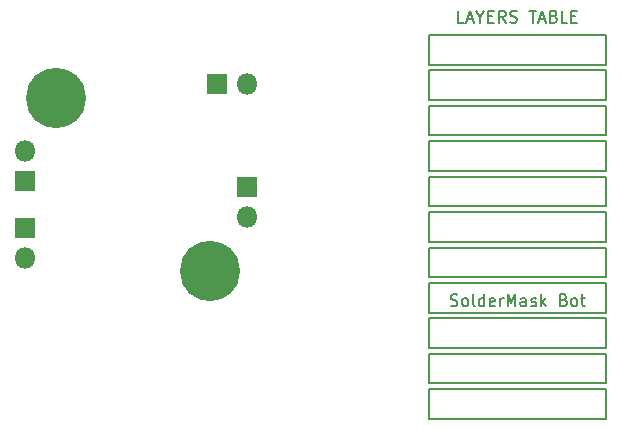
<source format=gbr>
%TF.GenerationSoftware,KiCad,Pcbnew,(5.1.6)-1*%
%TF.CreationDate,2020-07-26T11:23:49+05:30*%
%TF.ProjectId,KiCAD Demo- Buck-Boost Regulator,4b694341-4420-4446-956d-6f2d20427563,rev?*%
%TF.SameCoordinates,Original*%
%TF.FileFunction,Soldermask,Bot*%
%TF.FilePolarity,Negative*%
%FSLAX46Y46*%
G04 Gerber Fmt 4.6, Leading zero omitted, Abs format (unit mm)*
G04 Created by KiCad (PCBNEW (5.1.6)-1) date 2020-07-26 11:23:49*
%MOMM*%
%LPD*%
G01*
G04 APERTURE LIST*
%ADD10C,0.150000*%
%ADD11O,1.800000X1.800000*%
%ADD12R,1.800000X1.800000*%
%ADD13C,0.900000*%
%ADD14C,5.100000*%
G04 APERTURE END LIST*
D10*
X138726190Y-66202380D02*
X138250000Y-66202380D01*
X138250000Y-65202380D01*
X139011904Y-65916666D02*
X139488095Y-65916666D01*
X138916666Y-66202380D02*
X139250000Y-65202380D01*
X139583333Y-66202380D01*
X140107142Y-65726190D02*
X140107142Y-66202380D01*
X139773809Y-65202380D02*
X140107142Y-65726190D01*
X140440476Y-65202380D01*
X140773809Y-65678571D02*
X141107142Y-65678571D01*
X141250000Y-66202380D02*
X140773809Y-66202380D01*
X140773809Y-65202380D01*
X141250000Y-65202380D01*
X142250000Y-66202380D02*
X141916666Y-65726190D01*
X141678571Y-66202380D02*
X141678571Y-65202380D01*
X142059523Y-65202380D01*
X142154761Y-65250000D01*
X142202380Y-65297619D01*
X142250000Y-65392857D01*
X142250000Y-65535714D01*
X142202380Y-65630952D01*
X142154761Y-65678571D01*
X142059523Y-65726190D01*
X141678571Y-65726190D01*
X142630952Y-66154761D02*
X142773809Y-66202380D01*
X143011904Y-66202380D01*
X143107142Y-66154761D01*
X143154761Y-66107142D01*
X143202380Y-66011904D01*
X143202380Y-65916666D01*
X143154761Y-65821428D01*
X143107142Y-65773809D01*
X143011904Y-65726190D01*
X142821428Y-65678571D01*
X142726190Y-65630952D01*
X142678571Y-65583333D01*
X142630952Y-65488095D01*
X142630952Y-65392857D01*
X142678571Y-65297619D01*
X142726190Y-65250000D01*
X142821428Y-65202380D01*
X143059523Y-65202380D01*
X143202380Y-65250000D01*
X144250000Y-65202380D02*
X144821428Y-65202380D01*
X144535714Y-66202380D02*
X144535714Y-65202380D01*
X145107142Y-65916666D02*
X145583333Y-65916666D01*
X145011904Y-66202380D02*
X145345238Y-65202380D01*
X145678571Y-66202380D01*
X146345238Y-65678571D02*
X146488095Y-65726190D01*
X146535714Y-65773809D01*
X146583333Y-65869047D01*
X146583333Y-66011904D01*
X146535714Y-66107142D01*
X146488095Y-66154761D01*
X146392857Y-66202380D01*
X146011904Y-66202380D01*
X146011904Y-65202380D01*
X146345238Y-65202380D01*
X146440476Y-65250000D01*
X146488095Y-65297619D01*
X146535714Y-65392857D01*
X146535714Y-65488095D01*
X146488095Y-65583333D01*
X146440476Y-65630952D01*
X146345238Y-65678571D01*
X146011904Y-65678571D01*
X147488095Y-66202380D02*
X147011904Y-66202380D01*
X147011904Y-65202380D01*
X147821428Y-65678571D02*
X148154761Y-65678571D01*
X148297619Y-66202380D02*
X147821428Y-66202380D01*
X147821428Y-65202380D01*
X148297619Y-65202380D01*
X137607142Y-90154761D02*
X137750000Y-90202380D01*
X137988095Y-90202380D01*
X138083333Y-90154761D01*
X138130952Y-90107142D01*
X138178571Y-90011904D01*
X138178571Y-89916666D01*
X138130952Y-89821428D01*
X138083333Y-89773809D01*
X137988095Y-89726190D01*
X137797619Y-89678571D01*
X137702380Y-89630952D01*
X137654761Y-89583333D01*
X137607142Y-89488095D01*
X137607142Y-89392857D01*
X137654761Y-89297619D01*
X137702380Y-89250000D01*
X137797619Y-89202380D01*
X138035714Y-89202380D01*
X138178571Y-89250000D01*
X138750000Y-90202380D02*
X138654761Y-90154761D01*
X138607142Y-90107142D01*
X138559523Y-90011904D01*
X138559523Y-89726190D01*
X138607142Y-89630952D01*
X138654761Y-89583333D01*
X138750000Y-89535714D01*
X138892857Y-89535714D01*
X138988095Y-89583333D01*
X139035714Y-89630952D01*
X139083333Y-89726190D01*
X139083333Y-90011904D01*
X139035714Y-90107142D01*
X138988095Y-90154761D01*
X138892857Y-90202380D01*
X138750000Y-90202380D01*
X139654761Y-90202380D02*
X139559523Y-90154761D01*
X139511904Y-90059523D01*
X139511904Y-89202380D01*
X140464285Y-90202380D02*
X140464285Y-89202380D01*
X140464285Y-90154761D02*
X140369047Y-90202380D01*
X140178571Y-90202380D01*
X140083333Y-90154761D01*
X140035714Y-90107142D01*
X139988095Y-90011904D01*
X139988095Y-89726190D01*
X140035714Y-89630952D01*
X140083333Y-89583333D01*
X140178571Y-89535714D01*
X140369047Y-89535714D01*
X140464285Y-89583333D01*
X141321428Y-90154761D02*
X141226190Y-90202380D01*
X141035714Y-90202380D01*
X140940476Y-90154761D01*
X140892857Y-90059523D01*
X140892857Y-89678571D01*
X140940476Y-89583333D01*
X141035714Y-89535714D01*
X141226190Y-89535714D01*
X141321428Y-89583333D01*
X141369047Y-89678571D01*
X141369047Y-89773809D01*
X140892857Y-89869047D01*
X141797619Y-90202380D02*
X141797619Y-89535714D01*
X141797619Y-89726190D02*
X141845238Y-89630952D01*
X141892857Y-89583333D01*
X141988095Y-89535714D01*
X142083333Y-89535714D01*
X142416666Y-90202380D02*
X142416666Y-89202380D01*
X142750000Y-89916666D01*
X143083333Y-89202380D01*
X143083333Y-90202380D01*
X143988095Y-90202380D02*
X143988095Y-89678571D01*
X143940476Y-89583333D01*
X143845238Y-89535714D01*
X143654761Y-89535714D01*
X143559523Y-89583333D01*
X143988095Y-90154761D02*
X143892857Y-90202380D01*
X143654761Y-90202380D01*
X143559523Y-90154761D01*
X143511904Y-90059523D01*
X143511904Y-89964285D01*
X143559523Y-89869047D01*
X143654761Y-89821428D01*
X143892857Y-89821428D01*
X143988095Y-89773809D01*
X144416666Y-90154761D02*
X144511904Y-90202380D01*
X144702380Y-90202380D01*
X144797619Y-90154761D01*
X144845238Y-90059523D01*
X144845238Y-90011904D01*
X144797619Y-89916666D01*
X144702380Y-89869047D01*
X144559523Y-89869047D01*
X144464285Y-89821428D01*
X144416666Y-89726190D01*
X144416666Y-89678571D01*
X144464285Y-89583333D01*
X144559523Y-89535714D01*
X144702380Y-89535714D01*
X144797619Y-89583333D01*
X145273809Y-90202380D02*
X145273809Y-89202380D01*
X145369047Y-89821428D02*
X145654761Y-90202380D01*
X145654761Y-89535714D02*
X145273809Y-89916666D01*
X147178571Y-89678571D02*
X147321428Y-89726190D01*
X147369047Y-89773809D01*
X147416666Y-89869047D01*
X147416666Y-90011904D01*
X147369047Y-90107142D01*
X147321428Y-90154761D01*
X147226190Y-90202380D01*
X146845238Y-90202380D01*
X146845238Y-89202380D01*
X147178571Y-89202380D01*
X147273809Y-89250000D01*
X147321428Y-89297619D01*
X147369047Y-89392857D01*
X147369047Y-89488095D01*
X147321428Y-89583333D01*
X147273809Y-89630952D01*
X147178571Y-89678571D01*
X146845238Y-89678571D01*
X147988095Y-90202380D02*
X147892857Y-90154761D01*
X147845238Y-90107142D01*
X147797619Y-90011904D01*
X147797619Y-89726190D01*
X147845238Y-89630952D01*
X147892857Y-89583333D01*
X147988095Y-89535714D01*
X148130952Y-89535714D01*
X148226190Y-89583333D01*
X148273809Y-89630952D01*
X148321428Y-89726190D01*
X148321428Y-90011904D01*
X148273809Y-90107142D01*
X148226190Y-90154761D01*
X148130952Y-90202380D01*
X147988095Y-90202380D01*
X148607142Y-89535714D02*
X148988095Y-89535714D01*
X148750000Y-89202380D02*
X148750000Y-90059523D01*
X148797619Y-90154761D01*
X148892857Y-90202380D01*
X148988095Y-90202380D01*
X150750000Y-97250000D02*
X150750000Y-99750000D01*
X150750000Y-91250000D02*
X150750000Y-93750000D01*
X135750000Y-93750000D02*
X135750000Y-91250000D01*
X150750000Y-93750000D02*
X135750000Y-93750000D01*
X135750000Y-91250000D02*
X150750000Y-91250000D01*
X135750000Y-94250000D02*
X150750000Y-94250000D01*
X150750000Y-94250000D02*
X150750000Y-96750000D01*
X135750000Y-99750000D02*
X135750000Y-97250000D01*
X135750000Y-97250000D02*
X150750000Y-97250000D01*
X150750000Y-96750000D02*
X135750000Y-96750000D01*
X135750000Y-96750000D02*
X135750000Y-94250000D01*
X150750000Y-99750000D02*
X135750000Y-99750000D01*
X135750000Y-84750000D02*
X135750000Y-82250000D01*
X150750000Y-84750000D02*
X135750000Y-84750000D01*
X150750000Y-82250000D02*
X150750000Y-84750000D01*
X135750000Y-82250000D02*
X150750000Y-82250000D01*
X150750000Y-85250000D02*
X150750000Y-87750000D01*
X135750000Y-85250000D02*
X150750000Y-85250000D01*
X150750000Y-87750000D02*
X135750000Y-87750000D01*
X135750000Y-87750000D02*
X135750000Y-85250000D01*
X135750000Y-90750000D02*
X135750000Y-88250000D01*
X135750000Y-88250000D02*
X150750000Y-88250000D01*
X150750000Y-90750000D02*
X135750000Y-90750000D01*
X150750000Y-88250000D02*
X150750000Y-90750000D01*
X150750000Y-81750000D02*
X135750000Y-81750000D01*
X150750000Y-79250000D02*
X150750000Y-81750000D01*
X135750000Y-81750000D02*
X135750000Y-79250000D01*
X135750000Y-79250000D02*
X150750000Y-79250000D01*
X150750000Y-78750000D02*
X135750000Y-78750000D01*
X150750000Y-76250000D02*
X150750000Y-78750000D01*
X135750000Y-78750000D02*
X135750000Y-76250000D01*
X135750000Y-76250000D02*
X150750000Y-76250000D01*
X150750000Y-75750000D02*
X135750000Y-75750000D01*
X150750000Y-73250000D02*
X150750000Y-75750000D01*
X135750000Y-75750000D02*
X135750000Y-73250000D01*
X135750000Y-73250000D02*
X150750000Y-73250000D01*
X150750000Y-72750000D02*
X135750000Y-72750000D01*
X150750000Y-70250000D02*
X150750000Y-72750000D01*
X135750000Y-72750000D02*
X135750000Y-70250000D01*
X135750000Y-70250000D02*
X150750000Y-70250000D01*
X135750000Y-69750000D02*
X135750000Y-67250000D01*
X150750000Y-69750000D02*
X135750000Y-69750000D01*
X150750000Y-67250000D02*
X150750000Y-69750000D01*
X135750000Y-67250000D02*
X150750000Y-67250000D01*
D11*
%TO.C,J1*%
X101600000Y-86140000D03*
D12*
X101600000Y-83600000D03*
%TD*%
D11*
%TO.C,J2*%
X120400000Y-82640000D03*
D12*
X120400000Y-80100000D03*
%TD*%
%TO.C,J3*%
X101600000Y-79600000D03*
D11*
X101600000Y-77060000D03*
%TD*%
%TO.C,JP1*%
X120340000Y-71400000D03*
D12*
X117800000Y-71400000D03*
%TD*%
D13*
%TO.C,H1*%
X105525825Y-71274175D03*
X104200000Y-70725000D03*
X102874175Y-71274175D03*
X102325000Y-72600000D03*
X102874175Y-73925825D03*
X104200000Y-74475000D03*
X105525825Y-73925825D03*
X106075000Y-72600000D03*
D14*
X104200000Y-72600000D03*
%TD*%
%TO.C,H2*%
X117200000Y-87200000D03*
D13*
X119075000Y-87200000D03*
X118525825Y-88525825D03*
X117200000Y-89075000D03*
X115874175Y-88525825D03*
X115325000Y-87200000D03*
X115874175Y-85874175D03*
X117200000Y-85325000D03*
X118525825Y-85874175D03*
%TD*%
M02*

</source>
